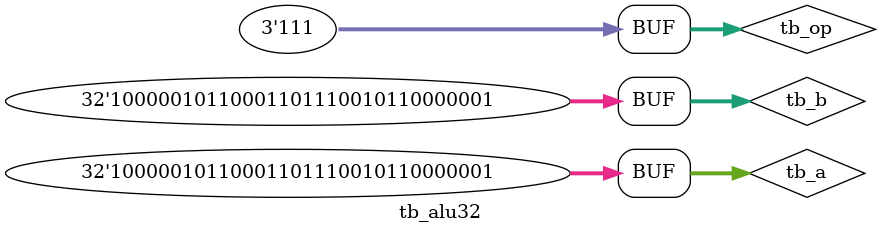
<source format=v>
`timescale 1ns/100ps
module tb_alu32;
	reg[31:0] tb_a,tb_b;
	reg [2:0] tb_op;
	wire [31:0] tb_result;
	wire tb_c,tb_n,tb_z,tb_v;
	
	alu32 U0_alu32(.a(tb_a),.b(tb_b),.op(tb_op),.result(tb_result),
					.c(tb_c),.n(tb_n),.z(tb_z),.v(tb_v));
	initial begin
	tb_a=32'h0; tb_b=32'h0; tb_op=3'b000; 		
	#10; tb_a=32'h0000_FFFF;	// not A
	#10; tb_b=32'h00FF_FF00; tb_op=3'b001; 	// not B
	#10; tb_a=32'h0A0B_1100; tb_b=32'h1010_AB00; tb_op=3'b010;	// and
	#10; tb_op=3'b011;	// or
	#10; tb_op=3'b100;	// xor
	#10; tb_op=3'b101;	// xnor
	#10; tb_a=32'h82C6_E581; tb_b=32'h82C6_E581; tb_op=3'b110;			// sub
	#10; tb_op=3'b111;	// add
	#10;
	end
endmodule
	
</source>
